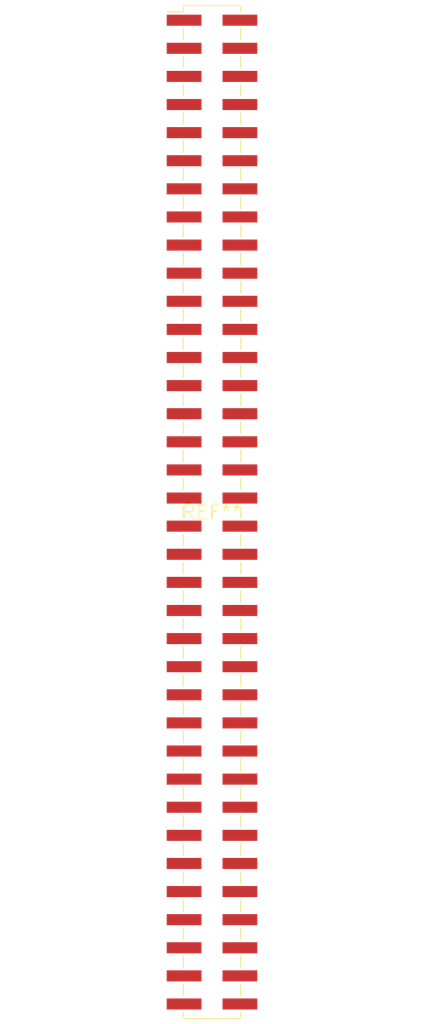
<source format=kicad_pcb>
(kicad_pcb (version 20240108) (generator pcbnew)
  (layers (0 "F.Cu" signal) (31 "B.Cu" signal) (34 "B.Paste" user) (35 "F.Paste" user) (36 "B.SilkS" user "B.Silkscreen") (37 "F.SilkS" user "F.Silkscreen") (38 "B.Mask" user) (39 "F.Mask" user) (44 "Edge.Cuts" user))
  (net 0 "")
  (footprint "PinHeader_2x36_P2.54mm_Vertical_SMD" (layer "F.Cu") (at 0 0)
    (property "Reference" "REF**")
    (property "Value" "PinHeader_2x36_P2.54mm_Vertical_SMD")
    (fp_line (start -4.04 -45.21) (end -2.6 -45.21) (layer "F.SilkS") (stroke (width 0.12)))
    (fp_line (start -2.6 -45.78) (end -2.6 -45.21) (layer "F.SilkS") (stroke (width 0.12)))
    (fp_line (start -2.6 -45.78) (end 2.6 -45.78) (layer "F.SilkS") (stroke (width 0.12)))
    (fp_line (start -2.6 -43.69) (end -2.6 -42.67) (layer "F.SilkS") (stroke (width 0.12)))
    (fp_line (start -2.6 -41.15) (end -2.6 -40.13) (layer "F.SilkS") (stroke (width 0.12)))
    (fp_line (start -2.6 -38.61) (end -2.6 -37.59) (layer "F.SilkS") (stroke (width 0.12)))
    (fp_line (start -2.6 -36.07) (end -2.6 -35.05) (layer "F.SilkS") (stroke (width 0.12)))
    (fp_line (start -2.6 -33.53) (end -2.6 -32.51) (layer "F.SilkS") (stroke (width 0.12)))
    (fp_line (start -2.6 -30.99) (end -2.6 -29.97) (layer "F.SilkS") (stroke (width 0.12)))
    (fp_line (start -2.6 -28.45) (end -2.6 -27.43) (layer "F.SilkS") (stroke (width 0.12)))
    (fp_line (start -2.6 -25.91) (end -2.6 -24.89) (layer "F.SilkS") (stroke (width 0.12)))
    (fp_line (start -2.6 -23.37) (end -2.6 -22.35) (layer "F.SilkS") (stroke (width 0.12)))
    (fp_line (start -2.6 -20.83) (end -2.6 -19.81) (layer "F.SilkS") (stroke (width 0.12)))
    (fp_line (start -2.6 -18.29) (end -2.6 -17.27) (layer "F.SilkS") (stroke (width 0.12)))
    (fp_line (start -2.6 -15.75) (end -2.6 -14.73) (layer "F.SilkS") (stroke (width 0.12)))
    (fp_line (start -2.6 -13.21) (end -2.6 -12.19) (layer "F.SilkS") (stroke (width 0.12)))
    (fp_line (start -2.6 -10.67) (end -2.6 -9.65) (layer "F.SilkS") (stroke (width 0.12)))
    (fp_line (start -2.6 -8.13) (end -2.6 -7.11) (layer "F.SilkS") (stroke (width 0.12)))
    (fp_line (start -2.6 -5.59) (end -2.6 -4.57) (layer "F.SilkS") (stroke (width 0.12)))
    (fp_line (start -2.6 -3.05) (end -2.6 -2.03) (layer "F.SilkS") (stroke (width 0.12)))
    (fp_line (start -2.6 -0.51) (end -2.6 0.51) (layer "F.SilkS") (stroke (width 0.12)))
    (fp_line (start -2.6 2.03) (end -2.6 3.05) (layer "F.SilkS") (stroke (width 0.12)))
    (fp_line (start -2.6 4.57) (end -2.6 5.59) (layer "F.SilkS") (stroke (width 0.12)))
    (fp_line (start -2.6 7.11) (end -2.6 8.13) (layer "F.SilkS") (stroke (width 0.12)))
    (fp_line (start -2.6 9.65) (end -2.6 10.67) (layer "F.SilkS") (stroke (width 0.12)))
    (fp_line (start -2.6 12.19) (end -2.6 13.21) (layer "F.SilkS") (stroke (width 0.12)))
    (fp_line (start -2.6 14.73) (end -2.6 15.75) (layer "F.SilkS") (stroke (width 0.12)))
    (fp_line (start -2.6 17.27) (end -2.6 18.29) (layer "F.SilkS") (stroke (width 0.12)))
    (fp_line (start -2.6 19.81) (end -2.6 20.83) (layer "F.SilkS") (stroke (width 0.12)))
    (fp_line (start -2.6 22.35) (end -2.6 23.37) (layer "F.SilkS") (stroke (width 0.12)))
    (fp_line (start -2.6 24.89) (end -2.6 25.91) (layer "F.SilkS") (stroke (width 0.12)))
    (fp_line (start -2.6 27.43) (end -2.6 28.45) (layer "F.SilkS") (stroke (width 0.12)))
    (fp_line (start -2.6 29.97) (end -2.6 30.99) (layer "F.SilkS") (stroke (width 0.12)))
    (fp_line (start -2.6 32.51) (end -2.6 33.53) (layer "F.SilkS") (stroke (width 0.12)))
    (fp_line (start -2.6 35.05) (end -2.6 36.07) (layer "F.SilkS") (stroke (width 0.12)))
    (fp_line (start -2.6 37.59) (end -2.6 38.61) (layer "F.SilkS") (stroke (width 0.12)))
    (fp_line (start -2.6 40.13) (end -2.6 41.15) (layer "F.SilkS") (stroke (width 0.12)))
    (fp_line (start -2.6 42.67) (end -2.6 43.69) (layer "F.SilkS") (stroke (width 0.12)))
    (fp_line (start -2.6 45.21) (end -2.6 45.78) (layer "F.SilkS") (stroke (width 0.12)))
    (fp_line (start -2.6 45.78) (end 2.6 45.78) (layer "F.SilkS") (stroke (width 0.12)))
    (fp_line (start 2.6 -45.78) (end 2.6 -45.21) (layer "F.SilkS") (stroke (width 0.12)))
    (fp_line (start 2.6 -43.69) (end 2.6 -42.67) (layer "F.SilkS") (stroke (width 0.12)))
    (fp_line (start 2.6 -41.15) (end 2.6 -40.13) (layer "F.SilkS") (stroke (width 0.12)))
    (fp_line (start 2.6 -38.61) (end 2.6 -37.59) (layer "F.SilkS") (stroke (width 0.12)))
    (fp_line (start 2.6 -36.07) (end 2.6 -35.05) (layer "F.SilkS") (stroke (width 0.12)))
    (fp_line (start 2.6 -33.53) (end 2.6 -32.51) (layer "F.SilkS") (stroke (width 0.12)))
    (fp_line (start 2.6 -30.99) (end 2.6 -29.97) (layer "F.SilkS") (stroke (width 0.12)))
    (fp_line (start 2.6 -28.45) (end 2.6 -27.43) (layer "F.SilkS") (stroke (width 0.12)))
    (fp_line (start 2.6 -25.91) (end 2.6 -24.89) (layer "F.SilkS") (stroke (width 0.12)))
    (fp_line (start 2.6 -23.37) (end 2.6 -22.35) (layer "F.SilkS") (stroke (width 0.12)))
    (fp_line (start 2.6 -20.83) (end 2.6 -19.81) (layer "F.SilkS") (stroke (width 0.12)))
    (fp_line (start 2.6 -18.29) (end 2.6 -17.27) (layer "F.SilkS") (stroke (width 0.12)))
    (fp_line (start 2.6 -15.75) (end 2.6 -14.73) (layer "F.SilkS") (stroke (width 0.12)))
    (fp_line (start 2.6 -13.21) (end 2.6 -12.19) (layer "F.SilkS") (stroke (width 0.12)))
    (fp_line (start 2.6 -10.67) (end 2.6 -9.65) (layer "F.SilkS") (stroke (width 0.12)))
    (fp_line (start 2.6 -8.13) (end 2.6 -7.11) (layer "F.SilkS") (stroke (width 0.12)))
    (fp_line (start 2.6 -5.59) (end 2.6 -4.57) (layer "F.SilkS") (stroke (width 0.12)))
    (fp_line (start 2.6 -3.05) (end 2.6 -2.03) (layer "F.SilkS") (stroke (width 0.12)))
    (fp_line (start 2.6 -0.51) (end 2.6 0.51) (layer "F.SilkS") (stroke (width 0.12)))
    (fp_line (start 2.6 2.03) (end 2.6 3.05) (layer "F.SilkS") (stroke (width 0.12)))
    (fp_line (start 2.6 4.57) (end 2.6 5.59) (layer "F.SilkS") (stroke (width 0.12)))
    (fp_line (start 2.6 7.11) (end 2.6 8.13) (layer "F.SilkS") (stroke (width 0.12)))
    (fp_line (start 2.6 9.65) (end 2.6 10.67) (layer "F.SilkS") (stroke (width 0.12)))
    (fp_line (start 2.6 12.19) (end 2.6 13.21) (layer "F.SilkS") (stroke (width 0.12)))
    (fp_line (start 2.6 14.73) (end 2.6 15.75) (layer "F.SilkS") (stroke (width 0.12)))
    (fp_line (start 2.6 17.27) (end 2.6 18.29) (layer "F.SilkS") (stroke (width 0.12)))
    (fp_line (start 2.6 19.81) (end 2.6 20.83) (layer "F.SilkS") (stroke (width 0.12)))
    (fp_line (start 2.6 22.35) (end 2.6 23.37) (layer "F.SilkS") (stroke (width 0.12)))
    (fp_line (start 2.6 24.89) (end 2.6 25.91) (layer "F.SilkS") (stroke (width 0.12)))
    (fp_line (start 2.6 27.43) (end 2.6 28.45) (layer "F.SilkS") (stroke (width 0.12)))
    (fp_line (start 2.6 29.97) (end 2.6 30.99) (layer "F.SilkS") (stroke (width 0.12)))
    (fp_line (start 2.6 32.51) (end 2.6 33.53) (layer "F.SilkS") (stroke (width 0.12)))
    (fp_line (start 2.6 35.05) (end 2.6 36.07) (layer "F.SilkS") (stroke (width 0.12)))
    (fp_line (start 2.6 37.59) (end 2.6 38.61) (layer "F.SilkS") (stroke (width 0.12)))
    (fp_line (start 2.6 40.13) (end 2.6 41.15) (layer "F.SilkS") (stroke (width 0.12)))
    (fp_line (start 2.6 42.67) (end 2.6 43.69) (layer "F.SilkS") (stroke (width 0.12)))
    (fp_line (start 2.6 45.21) (end 2.6 45.78) (layer "F.SilkS") (stroke (width 0.12)))
    (pad "1" smd rect (at -2.525 -44.45) (size 3.15 1) (layers "F.Cu" "F.Paste" "F.Mask"))
    (pad "2" smd rect (at 2.525 -44.45) (size 3.15 1) (layers "F.Cu" "F.Paste" "F.Mask"))
    (pad "3" smd rect (at -2.525 -41.91) (size 3.15 1) (layers "F.Cu" "F.Paste" "F.Mask"))
    (pad "4" smd rect (at 2.525 -41.91) (size 3.15 1) (layers "F.Cu" "F.Paste" "F.Mask"))
    (pad "5" smd rect (at -2.525 -39.37) (size 3.15 1) (layers "F.Cu" "F.Paste" "F.Mask"))
    (pad "6" smd rect (at 2.525 -39.37) (size 3.15 1) (layers "F.Cu" "F.Paste" "F.Mask"))
    (pad "7" smd rect (at -2.525 -36.83) (size 3.15 1) (layers "F.Cu" "F.Paste" "F.Mask"))
    (pad "8" smd rect (at 2.525 -36.83) (size 3.15 1) (layers "F.Cu" "F.Paste" "F.Mask"))
    (pad "9" smd rect (at -2.525 -34.29) (size 3.15 1) (layers "F.Cu" "F.Paste" "F.Mask"))
    (pad "10" smd rect (at 2.525 -34.29) (size 3.15 1) (layers "F.Cu" "F.Paste" "F.Mask"))
    (pad "11" smd rect (at -2.525 -31.75) (size 3.15 1) (layers "F.Cu" "F.Paste" "F.Mask"))
    (pad "12" smd rect (at 2.525 -31.75) (size 3.15 1) (layers "F.Cu" "F.Paste" "F.Mask"))
    (pad "13" smd rect (at -2.525 -29.21) (size 3.15 1) (layers "F.Cu" "F.Paste" "F.Mask"))
    (pad "14" smd rect (at 2.525 -29.21) (size 3.15 1) (layers "F.Cu" "F.Paste" "F.Mask"))
    (pad "15" smd rect (at -2.525 -26.67) (size 3.15 1) (layers "F.Cu" "F.Paste" "F.Mask"))
    (pad "16" smd rect (at 2.525 -26.67) (size 3.15 1) (layers "F.Cu" "F.Paste" "F.Mask"))
    (pad "17" smd rect (at -2.525 -24.13) (size 3.15 1) (layers "F.Cu" "F.Paste" "F.Mask"))
    (pad "18" smd rect (at 2.525 -24.13) (size 3.15 1) (layers "F.Cu" "F.Paste" "F.Mask"))
    (pad "19" smd rect (at -2.525 -21.59) (size 3.15 1) (layers "F.Cu" "F.Paste" "F.Mask"))
    (pad "20" smd rect (at 2.525 -21.59) (size 3.15 1) (layers "F.Cu" "F.Paste" "F.Mask"))
    (pad "21" smd rect (at -2.525 -19.05) (size 3.15 1) (layers "F.Cu" "F.Paste" "F.Mask"))
    (pad "22" smd rect (at 2.525 -19.05) (size 3.15 1) (layers "F.Cu" "F.Paste" "F.Mask"))
    (pad "23" smd rect (at -2.525 -16.51) (size 3.15 1) (layers "F.Cu" "F.Paste" "F.Mask"))
    (pad "24" smd rect (at 2.525 -16.51) (size 3.15 1) (layers "F.Cu" "F.Paste" "F.Mask"))
    (pad "25" smd rect (at -2.525 -13.97) (size 3.15 1) (layers "F.Cu" "F.Paste" "F.Mask"))
    (pad "26" smd rect (at 2.525 -13.97) (size 3.15 1) (layers "F.Cu" "F.Paste" "F.Mask"))
    (pad "27" smd rect (at -2.525 -11.43) (size 3.15 1) (layers "F.Cu" "F.Paste" "F.Mask"))
    (pad "28" smd rect (at 2.525 -11.43) (size 3.15 1) (layers "F.Cu" "F.Paste" "F.Mask"))
    (pad "29" smd rect (at -2.525 -8.89) (size 3.15 1) (layers "F.Cu" "F.Paste" "F.Mask"))
    (pad "30" smd rect (at 2.525 -8.89) (size 3.15 1) (layers "F.Cu" "F.Paste" "F.Mask"))
    (pad "31" smd rect (at -2.525 -6.35) (size 3.15 1) (layers "F.Cu" "F.Paste" "F.Mask"))
    (pad "32" smd rect (at 2.525 -6.35) (size 3.15 1) (layers "F.Cu" "F.Paste" "F.Mask"))
    (pad "33" smd rect (at -2.525 -3.81) (size 3.15 1) (layers "F.Cu" "F.Paste" "F.Mask"))
    (pad "34" smd rect (at 2.525 -3.81) (size 3.15 1) (layers "F.Cu" "F.Paste" "F.Mask"))
    (pad "35" smd rect (at -2.525 -1.27) (size 3.15 1) (layers "F.Cu" "F.Paste" "F.Mask"))
    (pad "36" smd rect (at 2.525 -1.27) (size 3.15 1) (layers "F.Cu" "F.Paste" "F.Mask"))
    (pad "37" smd rect (at -2.525 1.27) (size 3.15 1) (layers "F.Cu" "F.Paste" "F.Mask"))
    (pad "38" smd rect (at 2.525 1.27) (size 3.15 1) (layers "F.Cu" "F.Paste" "F.Mask"))
    (pad "39" smd rect (at -2.525 3.81) (size 3.15 1) (layers "F.Cu" "F.Paste" "F.Mask"))
    (pad "40" smd rect (at 2.525 3.81) (size 3.15 1) (layers "F.Cu" "F.Paste" "F.Mask"))
    (pad "41" smd rect (at -2.525 6.35) (size 3.15 1) (layers "F.Cu" "F.Paste" "F.Mask"))
    (pad "42" smd rect (at 2.525 6.35) (size 3.15 1) (layers "F.Cu" "F.Paste" "F.Mask"))
    (pad "43" smd rect (at -2.525 8.89) (size 3.15 1) (layers "F.Cu" "F.Paste" "F.Mask"))
    (pad "44" smd rect (at 2.525 8.89) (size 3.15 1) (layers "F.Cu" "F.Paste" "F.Mask"))
    (pad "45" smd rect (at -2.525 11.43) (size 3.15 1) (layers "F.Cu" "F.Paste" "F.Mask"))
    (pad "46" smd rect (at 2.525 11.43) (size 3.15 1) (layers "F.Cu" "F.Paste" "F.Mask"))
    (pad "47" smd rect (at -2.525 13.97) (size 3.15 1) (layers "F.Cu" "F.Paste" "F.Mask"))
    (pad "48" smd rect (at 2.525 13.97) (size 3.15 1) (layers "F.Cu" "F.Paste" "F.Mask"))
    (pad "49" smd rect (at -2.525 16.51) (size 3.15 1) (layers "F.Cu" "F.Paste" "F.Mask"))
    (pad "50" smd rect (at 2.525 16.51) (size 3.15 1) (layers "F.Cu" "F.Paste" "F.Mask"))
    (pad "51" smd rect (at -2.525 19.05) (size 3.15 1) (layers "F.Cu" "F.Paste" "F.Mask"))
    (pad "52" smd rect (at 2.525 19.05) (size 3.15 1) (layers "F.Cu" "F.Paste" "F.Mask"))
    (pad "53" smd rect (at -2.525 21.59) (size 3.15 1) (layers "F.Cu" "F.Paste" "F.Mask"))
    (pad "54" smd rect (at 2.525 21.59) (size 3.15 1) (layers "F.Cu" "F.Paste" "F.Mask"))
    (pad "55" smd rect (at -2.525 24.13) (size 3.15 1) (layers "F.Cu" "F.Paste" "F.Mask"))
    (pad "56" smd rect (at 2.525 24.13) (size 3.15 1) (layers "F.Cu" "F.Paste" "F.Mask"))
    (pad "57" smd rect (at -2.525 26.67) (size 3.15 1) (layers "F.Cu" "F.Paste" "F.Mask"))
    (pad "58" smd rect (at 2.525 26.67) (size 3.15 1) (layers "F.Cu" "F.Paste" "F.Mask"))
    (pad "59" smd rect (at -2.525 29.21) (size 3.15 1) (layers "F.Cu" "F.Paste" "F.Mask"))
    (pad "60" smd rect (at 2.525 29.21) (size 3.15 1) (layers "F.Cu" "F.Paste" "F.Mask"))
    (pad "61" smd rect (at -2.525 31.75) (size 3.15 1) (layers "F.Cu" "F.Paste" "F.Mask"))
    (pad "62" smd rect (at 2.525 31.75) (size 3.15 1) (layers "F.Cu" "F.Paste" "F.Mask"))
    (pad "63" smd rect (at -2.525 34.29) (size 3.15 1) (layers "F.Cu" "F.Paste" "F.Mask"))
    (pad "64" smd rect (at 2.525 34.29) (size 3.15 1) (layers "F.Cu" "F.Paste" "F.Mask"))
    (pad "65" smd rect (at -2.525 36.83) (size 3.15 1) (layers "F.Cu" "F.Paste" "F.Mask"))
    (pad "66" smd rect (at 2.525 36.83) (size 3.15 1) (layers "F.Cu" "F.Paste" "F.Mask"))
    (pad "67" smd rect (at -2.525 39.37) (size 3.15 1) (layers "F.Cu" "F.Paste" "F.Mask"))
    (pad "68" smd rect (at 2.525 39.37) (size 3.15 1) (layers "F.Cu" "F.Paste" "F.Mask"))
    (pad "69" smd rect (at -2.525 41.91) (size 3.15 1) (layers "F.Cu" "F.Paste" "F.Mask"))
    (pad "70" smd rect (at 2.525 41.91) (size 3.15 1) (layers "F.Cu" "F.Paste" "F.Mask"))
    (pad "71" smd rect (at -2.525 44.45) (size 3.15 1) (layers "F.Cu" "F.Paste" "F.Mask"))
    (pad "72" smd rect (at 2.525 44.45) (size 3.15 1) (layers "F.Cu" "F.Paste" "F.Mask"))
  )
)
</source>
